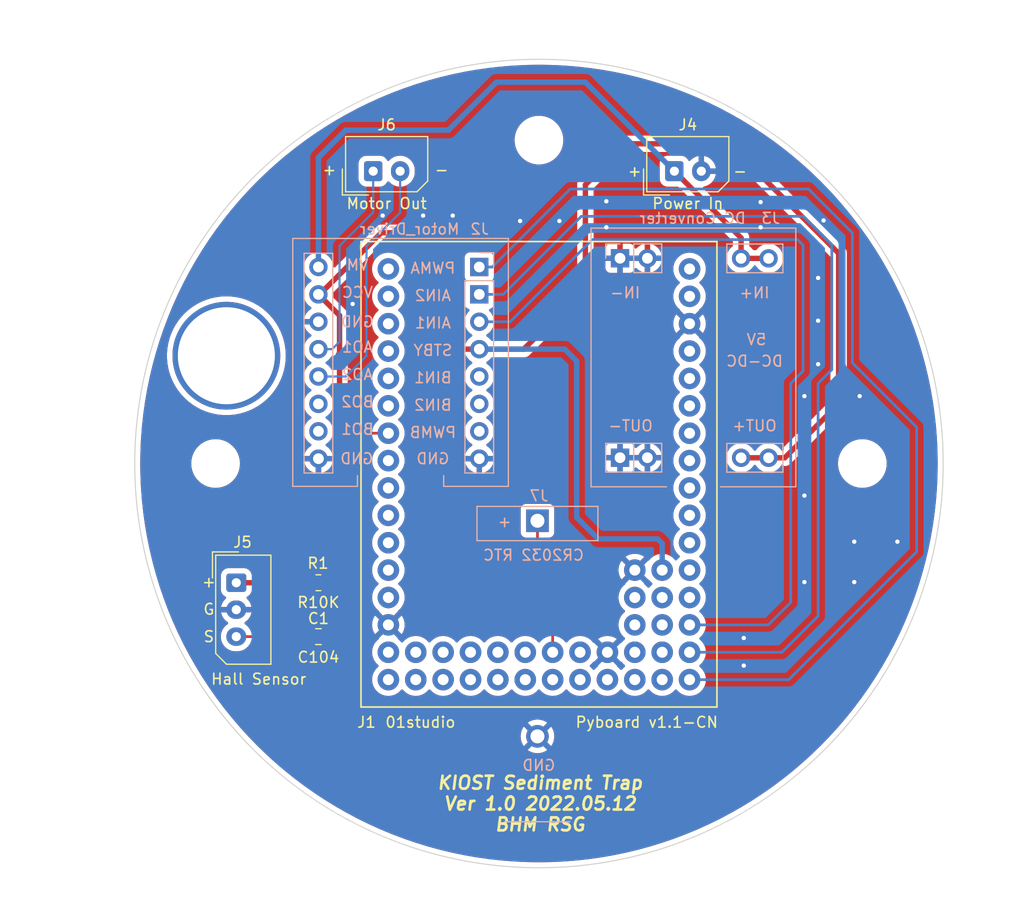
<source format=kicad_pcb>
(kicad_pcb (version 20211014) (generator pcbnew)
  (layers (0 "F.Cu" signal) (31 "B.Cu" signal) (34 "B.Paste" user) (35 "F.Paste" user) (36 "B.SilkS" user "B.Silkscreen") (37 "F.SilkS" user "F.Silkscreen") (38 "B.Mask" user) (39 "F.Mask" user) (44 "Edge.Cuts" user))
  (net 0 "")
  (net 1 "/SIG")
  (net 2 "GND")
  (net 8 "Net-(J1-PadP6)")
  (net 18 "+5V")
  (net 19 "/PWMA")
  (net 20 "/AIN2")
  (net 21 "/AIN1")
  (net 61 "/Motor-")
  (net 62 "/Motor+")
  (net 63 "+12V")
  (footprint "serialport expander 2x12pin 2.54mm:Connector Hole 10mm" (layer "F.Cu") (at 121 73)
    (fp_text reference "H3" hide)
    (fp_text value "MountingHole_10mm")
    (pad "" np_thru_hole circle (at 0 0) (size 10 10) (drill 9) (layers F&B.Cu *.Mask))
  )
  (footprint "serialport expander 2x12pin 2.54mm:pyboard_v1.1" (layer "F.Cu") (at 136.03 103.05)
    (fp_text reference "J1" (at -2.03 3.95) (layer "F.SilkS"))
    (fp_text value "Pyboard v1.1-CN" (at 23.97 3.95) (layer "F.SilkS"))
    (fp_line (start -2.54 -40.64) (end 30.48 -40.64) (layer "F.SilkS") (width 0.15))
    (fp_line (start 30.48 -40.64) (end 30.48 2.54) (layer "F.SilkS") (width 0.15))
    (fp_line (start -2.54 2.54) (end -2.54 -40.64) (layer "F.SilkS") (width 0.15))
    (fp_line (start 30.48 2.54) (end -2.54 2.54) (layer "F.SilkS") (width 0.15))
    (pad "P1" thru_hole circle (at 2.54 -2.54) (size 2 2) (drill 1.02) (layers *.Cu *.Mask))
    (pad "P2" thru_hole circle (at 5.08 -2.54) (size 2 2) (drill 1.02) (layers *.Cu *.Mask))
    (pad "P3" thru_hole circle (at 7.62 -2.54) (size 2 2) (drill 1.02) (layers *.Cu *.Mask))
    (pad "P4" thru_hole circle (at 10.16 -2.54) (size 2 2) (drill 1.02) (layers *.Cu *.Mask))
    (pad "P5" thru_hole circle (at 12.7 -2.54) (size 2 2) (drill 1.02) (layers *.Cu *.Mask))
    (pad "P6" thru_hole circle (at 15.24 -2.54) (size 2 2) (drill 1.02) (layers *.Cu *.Mask) (net 8 "Net-(J1-PadP6)"))
    (pad "P7" thru_hole circle (at 17.78 -2.54) (size 2 2) (drill 1.02) (layers *.Cu *.Mask))
    (pad "P8" thru_hole circle (at 20.32 -2.54) (size 2 2) (drill 1.02) (layers *.Cu *.Mask) (net 2 "GND"))
    (pad "P9A" thru_hole circle (at 22.86 0) (size 2 2) (drill 1.02) (layers *.Cu *.Mask))
    (pad "P9B" thru_hole circle (at 22.86 -2.54) (size 2 2) (drill 1.02) (layers *.Cu *.Mask))
    (pad "P9C" thru_hole circle (at 22.86 -5.08) (size 2 2) (drill 1.02) (layers *.Cu *.Mask))
    (pad "P9D" thru_hole circle (at 22.86 -7.62) (size 2 2) (drill 1.02) (layers *.Cu *.Mask))
    (pad "P9E" thru_hole circle (at 22.86 -10.16) (size 2 2) (drill 1.02) (layers *.Cu *.Mask) (net 2 "GND"))
    (pad "P10A" thru_hole circle (at 25.4 0) (size 2 2) (drill 1.02) (layers *.Cu *.Mask))
    (pad "P10B" thru_hole circle (at 25.4 -2.54) (size 2 2) (drill 1.02) (layers *.Cu *.Mask))
    (pad "P10C" thru_hole circle (at 25.4 -5.08) (size 2 2) (drill 1.02) (layers *.Cu *.Mask))
    (pad "P10D" thru_hole circle (at 25.4 -7.62) (size 2 2) (drill 1.02) (layers *.Cu *.Mask))
    (pad "P10E" thru_hole circle (at 25.4 -10.16) (size 2 2) (drill 1.02) (layers *.Cu *.Mask) (net 18 "+5V"))
    (pad "X1" thru_hole circle (at 27.94 0) (size 2 2) (drill 1.02) (layers *.Cu *.Mask) (net 19 "/PWMA"))
    (pad "X2" thru_hole circle (at 27.94 -2.54) (size 2 2) (drill 1.02) (layers *.Cu *.Mask) (net 20 "/AIN2"))
    (pad "X3" thru_hole circle (at 27.94 -5.08) (size 2 2) (drill 1.02) (layers *.Cu *.Mask) (net 21 "/AIN1"))
    (pad "X4" thru_hole circle (at 27.94 -7.62) (size 2 2) (drill 1.02) (layers *.Cu *.Mask))
    (pad "X5" thru_hole circle (at 27.94 -10.16) (size 2 2) (drill 1.02) (layers *.Cu *.Mask))
    (pad "X6" thru_hole circle (at 27.94 -12.7) (size 2 2) (drill 1.02) (layers *.Cu *.Mask))
    (pad "X7" thru_hole circle (at 27.94 -15.24) (size 2 2) (drill 1.02) (layers *.Cu *.Mask))
    (pad "X8" thru_hole circle (at 27.94 -17.78) (size 2 2) (drill 1.02) (layers *.Cu *.Mask))
    (pad "X9" thru_hole circle (at 0 -17.78) (size 2 2) (drill 1.02) (layers *.Cu *.Mask))
    (pad "X10" thru_hole circle (at 0 -15.24) (size 2 2) (drill 1.02) (layers *.Cu *.Mask))
    (pad "X11" thru_hole circle (at 0 -12.7) (size 2 2) (drill 1.02) (layers *.Cu *.Mask))
    (pad "X12" thru_hole circle (at 0 -10.16) (size 2 2) (drill 1.02) (layers *.Cu *.Mask))
    (pad "X13" thru_hole circle (at 0 -7.62) (size 2 2) (drill 1.02) (layers *.Cu *.Mask))
    (pad "X14" thru_hole circle (at 0 -5.08) (size 2 2) (drill 1.02) (layers *.Cu *.Mask) (net 2 "GND"))
    (pad "X15" thru_hole circle (at 0 -2.54) (size 2 2) (drill 1.02) (layers *.Cu *.Mask))
    (pad "X16" thru_hole circle (at 0 0) (size 2 2) (drill 1.02) (layers *.Cu *.Mask))
    (pad "X17" thru_hole circle (at 2.54 0) (size 2 2) (drill 1.02) (layers *.Cu *.Mask))
    (pad "X18" thru_hole circle (at 5.08 0) (size 2 2) (drill 1.02) (layers *.Cu *.Mask))
    (pad "X19" thru_hole circle (at 7.62 0) (size 2 2) (drill 1.02) (layers *.Cu *.Mask))
    (pad "X20" thru_hole circle (at 10.16 0) (size 2 2) (drill 1.02) (layers *.Cu *.Mask))
    (pad "X21" thru_hole circle (at 12.7 0) (size 2 2) (drill 1.02) (layers *.Cu *.Mask))
    (pad "X22" thru_hole circle (at 15.24 0) (size 2 2) (drill 1.02) (layers *.Cu *.Mask))
    (pad "X23" thru_hole circle (at 17.78 0) (size 2 2) (drill 1.02) (layers *.Cu *.Mask))
    (pad "X24" thru_hole circle (at 20.32 0) (size 2 2) (drill 1.02) (layers *.Cu *.Mask))
    (pad "Y1" thru_hole circle (at 0 -38.1) (size 2 2) (drill 1.02) (layers *.Cu *.Mask))
    (pad "Y2" thru_hole circle (at 0 -35.56) (size 2 2) (drill 1.02) (layers *.Cu *.Mask))
    (pad "Y3" thru_hole circle (at 0 -33.02) (size 2 2) (drill 1.02) (layers *.Cu *.Mask))
    (pad "Y4" thru_hole circle (at 0 -30.48) (size 2 2) (drill 1.02) (layers *.Cu *.Mask))
    (pad "Y5" thru_hole circle (at 0 -27.94) (size 2 2) (drill 1.02) (layers *.Cu *.Mask))
    (pad "Y6" thru_hole circle (at 0 -25.4) (size 2 2) (drill 1.02) (layers *.Cu *.Mask))
    (pad "Y7" thru_hole circle (at 0 -22.86) (size 2 2) (drill 1.02) (layers *.Cu *.Mask) (net 1 "/SIG"))
    (pad "Y8" thru_hole circle (at 0 -20.32) (size 2 2) (drill 1.02) (layers *.Cu *.Mask))
    (pad "Y9" thru_hole circle (at 27.94 -20.32) (size 2 2) (drill 1.02) (layers *.Cu *.Mask))
    (pad "Y10" thru_hole circle (at 27.94 -22.86) (size 2 2) (drill 1.02) (layers *.Cu *.Mask))
    (pad "Y11" thru_hole circle (at 27.94 -25.4) (size 2 2) (drill 1.02) (layers *.Cu *.Mask))
    (pad "Y12" thru_hole circle (at 27.94 -27.94) (size 2 2) (drill 1.02) (layers *.Cu *.Mask))
    (pad "Y13" thru_hole circle (at 27.94 -30.48) (size 2 2) (drill 1.02) (layers *.Cu *.Mask))
    (pad "Y14" thru_hole circle (at 27.94 -33.02) (size 2 2) (drill 1.02) (layers *.Cu *.Mask) (net 2 "GND"))
    (pad "Y15" thru_hole circle (at 27.94 -35.56) (size 2 2) (drill 1.02) (layers *.Cu *.Mask))
    (pad "Y16" thru_hole circle (at 27.94 -38.1) (size 2 2) (drill 1.02) (layers *.Cu *.Mask))
  )
  (footprint "Connector_Molex:Molex_SPOX_5267-02A_1x02_P2.50mm_Vertical" (layer "F.Cu") (at 134.62 55.88)
    (fp_text reference "J6" (at 1.25 -4.3) (layer "F.SilkS"))
    (fp_text value "Motor Out" (at 1.25 3) (layer "F.SilkS"))
    (fp_line (start -2.86 2.21) (end -0.45 2.21) (layer "F.SilkS") (width 0.12))
    (fp_line (start -2.56 -3.21) (end -2.56 1.91) (layer "F.SilkS") (width 0.12))
    (fp_line (start 4.06 1.91) (end 5.06 0.91) (layer "F.SilkS") (width 0.12))
    (fp_line (start -2.56 1.91) (end 4.06 1.91) (layer "F.SilkS") (width 0.12))
    (fp_line (start 5.06 0.91) (end 5.06 -3.21) (layer "F.SilkS") (width 0.12))
    (fp_line (start 5.06 -3.21) (end -2.56 -3.21) (layer "F.SilkS") (width 0.12))
    (fp_line (start -2.86 -0.2) (end -2.86 2.21) (layer "F.SilkS") (width 0.12))
    (pad "1" thru_hole roundrect (at 0 0) (size 1.7 1.85) (drill 0.85) (layers *.Cu *.Mask) (roundrect_rratio 0.1470588235) (net 62 "/Motor+"))
    (pad "2" thru_hole oval (at 2.5 0) (size 1.7 1.85) (drill 0.85) (layers *.Cu *.Mask) (net 61 "/Motor-"))
  )
  (footprint "MountingHole:MountingHole_3.5mm" (layer "F.Cu") (at 150 53)
    (fp_text reference "H1" hide)
    (fp_text value "MountingHole_3.2mm_1")
    (pad "" np_thru_hole circle (at 0 0) (size 3.5 3.5) (drill 3.5) (layers *.Cu *.Mask))
  )
  (footprint "Resistor_SMD:R_0805_2012Metric" (layer "F.Cu") (at 129.54 94.06 180)
    (fp_text reference "R1" (at 0.04 1.81) (layer "F.SilkS"))
    (fp_text value "R10K" (at 0 -1.825) (layer "F.SilkS"))
    (fp_line (start -0.227064 -0.735) (end 0.227064 -0.735) (layer "F.SilkS") (width 0.12))
    (fp_line (start -0.227064 0.735) (end 0.227064 0.735) (layer "F.SilkS") (width 0.12))
    (pad "1" smd roundrect (at -0.9125 0 180) (size 1.025 1.4) (layers "F.Cu" "F.Paste" "F.Mask") (roundrect_rratio 0.243902439) (net 1 "/SIG"))
    (pad "2" smd roundrect (at 0.9125 0 180) (size 1.025 1.4) (layers "F.Cu" "F.Paste" "F.Mask") (roundrect_rratio 0.243902439) (net 18 "+5V"))
  )
  (footprint "Connector_Molex:Molex_SPOX_5267-03A_1x03_P2.50mm_Vertical" (layer "F.Cu") (at 121.92 94.06 -90)
    (fp_text reference "J5" (at -3.763 -0.58 180) (layer "F.SilkS"))
    (fp_text value "Hall Sensor" (at 8.94 -2.08 180) (layer "F.SilkS"))
    (fp_line (start 7.56 0.91) (end 7.56 -3.21) (layer "F.SilkS") (width 0.12))
    (fp_line (start -2.86 -0.2) (end -2.86 2.21) (layer "F.SilkS") (width 0.12))
    (fp_line (start 7.56 -3.21) (end -2.56 -3.21) (layer "F.SilkS") (width 0.12))
    (fp_line (start -2.86 2.21) (end -0.45 2.21) (layer "F.SilkS") (width 0.12))
    (fp_line (start -2.56 -3.21) (end -2.56 1.91) (layer "F.SilkS") (width 0.12))
    (fp_line (start -2.56 1.91) (end 6.56 1.91) (layer "F.SilkS") (width 0.12))
    (fp_line (start 6.56 1.91) (end 7.56 0.91) (layer "F.SilkS") (width 0.12))
    (pad "1" thru_hole roundrect (at 0 0 270) (size 1.7 1.85) (drill 0.85) (layers *.Cu *.Mask) (roundrect_rratio 0.1470588235) (net 18 "+5V"))
    (pad "2" thru_hole oval (at 2.5 0 270) (size 1.7 1.85) (drill 0.85) (layers *.Cu *.Mask) (net 2 "GND"))
    (pad "3" thru_hole oval (at 5 0 270) (size 1.7 1.85) (drill 0.85) (layers *.Cu *.Mask) (net 1 "/SIG"))
  )
  (footprint "Capacitor_SMD:C_0805_2012Metric" (layer "F.Cu") (at 129.54 99.06)
    (fp_text reference "C1" (at 0 -1.68) (layer "F.SilkS"))
    (fp_text value "C104" (at 0 1.905) (layer "F.SilkS"))
    (fp_line (start -0.261252 -0.735) (end 0.261252 -0.735) (layer "F.SilkS") (width 0.12))
    (fp_line (start -0.261252 0.735) (end 0.261252 0.735) (layer "F.SilkS") (width 0.12))
    (pad "1" smd roundrect (at -0.95 0) (size 1 1.45) (layers "F.Cu" "F.Paste" "F.Mask") (net 1 "/SIG"))
    (pad "2" smd roundrect (at 0.95 0) (size 1 1.45) (layers "F.Cu" "F.Paste" "F.Mask") (net 2 "GND"))
  )
  (footprint "Connector_Molex:Molex_SPOX_5267-02A_1x02_P2.50mm_Vertical" (layer "F.Cu") (at 162.56 55.88)
    (fp_text reference "J4" (at 1.25 -4.3) (layer "F.SilkS"))
    (fp_text value "Power In" (at 1.25 3) (layer "F.SilkS"))
    (fp_line (start -2.86 2.21) (end -0.45 2.21) (layer "F.SilkS") (width 0.12))
    (fp_line (start 5.06 0.91) (end 5.06 -3.21) (layer "F.SilkS") (width 0.12))
    (fp_line (start -2.56 -3.21) (end -2.56 1.91) (layer "F.SilkS") (width 0.12))
    (fp_line (start 5.06 -3.21) (end -2.56 -3.21) (layer "F.SilkS") (width 0.12))
    (fp_line (start -2.86 -0.2) (end -2.86 2.21) (layer "F.SilkS") (width 0.12))
    (fp_line (start -2.56 1.91) (end 4.06 1.91) (layer "F.SilkS") (width 0.12))
    (fp_line (start 4.06 1.91) (end 5.06 0.91) (layer "F.SilkS") (width 0.12))
    (pad "1" thru_hole roundrect (at 0 0) (size 1.7 1.85) (drill 0.85) (layers *.Cu *.Mask) (roundrect_rratio 0.1470588235) (net 63 "+12V"))
    (pad "2" thru_hole oval (at 2.5 0) (size 1.7 1.85) (drill 0.85) (layers *.Cu *.Mask) (net 2 "GND"))
  )
  (footprint "MountingHole:MountingHole_3.5mm" (layer "F.Cu") (at 120 83)
    (fp_text reference "H4" hide)
    (fp_text value "MountingHole_3.2mm_4")
    (pad "" np_thru_hole circle (at 0 0) (size 3.5 3.5) (drill 3.5) (layers *.Cu *.Mask))
  )
  (footprint "MountingHole:MountingHole_3.5mm" (layer "F.Cu") (at 180 83)
    (fp_text reference "H2" hide)
    (fp_text value "MountingHole_3.2mm_2")
    (pad "" np_thru_hole circle (at 0 0) (size 3.5 3.5) (drill 3.5) (layers *.Cu *.Mask))
  )
  (footprint "Battery:BatteryHolder_ComfortableElectronic_CH273-2450_1x2450" (layer "B.Cu") (at 149.86 88.310914 -90)
    (fp_text reference "J7" (at -2.310914 -0.14 180) (layer "B.SilkS") (effects (justify mirror)))
    (fp_text value "CR2032 RTC" (at 3.189086 0.36 180) (layer "B.SilkS") (effects (justify mirror)))
    (fp_line (start -1.33 5.61) (end 1.845 5.61) (layer "B.SilkS") (width 0.12))
    (fp_line (start -1.33 -5.61) (end -1.33 5.61) (layer "B.SilkS") (width 0.12))
    (fp_line (start 27.921896 3) (end 27.921896 -3) (layer "B.SilkS") (width 0.12))
    (fp_line (start 1.845 -5.61) (end -1.33 -5.61) (layer "B.SilkS") (width 0.12))
    (fp_line (start 1.845 5.61) (end 1.845 -5.61) (layer "B.SilkS") (width 0.12))
    (pad "1" thru_hole rect (at 0 0) (size 2.1 2.1) (drill 1.3) (layers *.Cu *.Mask) (net 8 "Net-(J1-PadP6)"))
    (pad "2" thru_hole circle (at 20 0) (size 2.1 2.1) (drill 1.3) (layers *.Cu *.Mask) (net 2 "GND"))
  )
  (footprint "serialport expander 2x12pin 2.54mm:TB6612FNG" (layer "B.Cu") (at 137.16 71.12 180)
    (fp_text reference "J2" (at -7.34 9.87 unlocked) (layer "B.SilkS") (effects (justify mirror)))
    (fp_text value "Motor_Driver" (at -0.84 9.87 unlocked) (layer "B.SilkS") (effects (justify mirror)))
    (fp_text user "GND" (at 4 1.27 unlocked) (layer "B.SilkS") (effects (justify mirror)))
    (fp_text user "PWMA" (at -3 6.24 unlocked) (layer "B.SilkS") (effects (justify mirror)))
    (fp_text user "STBY" (at -3 -1.38 unlocked) (layer "B.SilkS") (effects (justify mirror)))
    (fp_text user "VCC" (at 4 4 unlocked) (layer "B.SilkS") (effects (justify mirror)))
    (fp_text user "AIN1" (at -3 1.16 unlocked) (layer "B.SilkS") (effects (justify mirror)))
    (fp_text user "BIN2" (at -3 -6.46 unlocked) (layer "B.SilkS") (effects (justify mirror)))
    (fp_text user "AIN2" (at -3 3.7 unlocked) (layer "B.SilkS") (effects (justify mirror)))
    (fp_text user "BO1" (at 4 -8.7 unlocked) (layer "B.SilkS") (effects (justify mirror)))
    (fp_text user "VM" (at 4 6.54 unlocked) (layer "B.SilkS") (effects (justify mirror)))
    (fp_text user "AO1" (at 4 -1.08 unlocked) (layer "B.SilkS") (effects (justify mirror)))
    (fp_text user "AO2" (at 4 -3.62 unlocked) (layer "B.SilkS") (effects (justify mirror)))
    (fp_text user "BO2" (at 4 -6.16 unlocked) (layer "B.SilkS") (effects (justify mirror)))
    (fp_text user "BIN1" (at -3 -3.92 unlocked) (layer "B.SilkS") (effects (justify mirror)))
    (fp_text user "GND" (at -3 -11.43 unlocked) (layer "B.SilkS") (effects (justify mirror)))
    (fp_text user "PWMB" (at -3 -9 unlocked) (layer "B.SilkS") (effects (justify mirror)))
    (fp_line (start 10 -14) (end 4 -14) (layer "B.SilkS") (width 0.12))
    (fp_line (start 8.95 7.62) (end 8.95 -12.76) (layer "B.SilkS") (width 0.12))
    (fp_line (start -10 9) (end -10 -14) (layer "B.SilkS") (width 0.12))
    (fp_line (start 6.29 7.62) (end 8.95 7.62) (layer "B.SilkS") (width 0.12))
    (fp_line (start -10 9) (end 10 9) (layer "B.SilkS") (width 0.12))
    (fp_line (start -4 -14) (end -4 -13) (layer "B.SilkS") (width 0.12))
    (fp_line (start -5.9725 5.08) (end -5.9725 -12.76) (layer "B.SilkS") (width 0.12))
    (fp_line (start -8.6325 -12.76) (end -5.9725 -12.76) (layer "B.SilkS") (width 0.12))
    (fp_line (start 4 -14) (end 4 -13) (layer "B.SilkS") (width 0.12))
    (fp_line (start -10 -14) (end -4 -14) (layer "B.SilkS") (width 0.12))
    (fp_line (start 10 9) (end 10 -14) (layer "B.SilkS") (width 0.12))
    (fp_line (start -8.6325 5.08) (end -8.6325 -12.76) (layer "B.SilkS") (width 0.12))
    (fp_line (start -8.6325 7.68) (end -7.3025 7.68) (layer "B.SilkS") (width 0.12))
    (fp_line (start -8.6325 6.35) (end -8.6325 7.68) (layer "B.SilkS") (width 0.12))
    (fp_line (start 6.29 7.62) (end 6.29 -12.76) (layer "B.SilkS") (width 0.12))
    (fp_line (start -8.6325 5.08) (end -5.9725 5.08) (layer "B.SilkS") (width 0.12))
    (fp_line (start 6.29 -12.76) (end 8.95 -12.76) (layer "B.SilkS") (width 0.12))
    (pad "1" thru_hole rect (at -7.3025 6.35 180) (size 1.7 1.7) (drill 1) (layers *.Cu *.Mask) (net 19 "/PWMA"))
    (pad "2" thru_hole rect (at -7.3025 3.81 180) (size 1.7 1.7) (drill 1) (layers *.Cu *.Mask) (net 20 "/AIN2"))
    (pad "3" thru_hole oval (at -7.3025 1.27 180) (size 1.7 1.7) (drill 1) (layers *.Cu *.Mask) (net 21 "/AIN1"))
    (pad "4" thru_hole oval (at -7.3025 -1.27 180) (size 1.7 1.7) (drill 1) (layers *.Cu *.Mask) (net 18 "+5V"))
    (pad "5" thru_hole oval (at -7.3025 -3.81 180) (size 1.7 1.7) (drill 1) (layers *.Cu *.Mask))
    (pad "6" thru_hole oval (at -7.3025 -6.35 180) (size 1.7 1.7) (drill 1) (layers *.Cu *.Mask))
    (pad "7" thru_hole oval (at -7.3025 -8.89 180) (size 1.7 1.7) (drill 1) (layers *.Cu *.Mask))
    (pad "8" thru_hole oval (at -7.3025 -11.43 180) (size 1.7 1.7) (drill 1) (layers *.Cu *.Mask) (net 2 "GND"))
    (pad "9" thru_hole oval (at 7.62 -11.43 180) (size 1.7 1.7) (drill 1) (layers *.Cu *.Mask) (net 2 "GND"))
    (pad "10" thru_hole oval (at 7.62 -8.89 180) (size 1.7 1.7) (drill 1) (layers *.Cu *.Mask))
    (pad "11" thru_hole oval (at 7.62 -6.35 180) (size 1.7 1.7) (drill 1) (layers *.Cu *.Mask))
    (pad "12" thru_hole oval (at 7.62 -3.81 180) (size 1.7 1.7) (drill 1) (layers *.Cu *.Mask) (net 61 "/Motor-"))
    (pad "13" thru_hole oval (at 7.62 -1.27 180) (size 1.7 1.7) (drill 1) (layers *.Cu *.Mask) (net 62 "/Motor+"))
    (pad "14" thru_hole oval (at 7.62 1.27 180) (size 1.7 1.7) (drill 1) (layers *.Cu *.Mask) (net 2 "GND"))
    (pad "15" thru_hole oval (at 7.62 3.81 180) (size 1.7 1.7) (drill 1) (layers *.Cu *.Mask) (net 18 "+5V"))
    (pad "16" thru_hole circle (at 7.62 6.35 180) (size 1.7 1.7) (drill 1) (layers *.Cu *.Mask) (net 63 "+12V"))
  )
  (footprint "serialport expander 2x12pin 2.54mm:DCDC" (layer "B.Cu") (at 163.83 73.66 -90)
    (fp_text reference "J3" (at -13.41 -7.67 unlocked) (layer "B.SilkS") (effects (justify mirror)))
    (fp_text value "DC Converter" (at -13.41 -0.42 unlocked) (layer "B.SilkS") (effects (justify mirror)))
    (fp_text user "IN-" (at -6.5 5.83 unlocked) (layer "B.SilkS") (effects (justify mirror)))
    (fp_text user "IN+" (at -6.5 -6.17 unlocked) (layer "B.SilkS") (effects (justify mirror)))
    (fp_text user "5V" (at -2.16 -6.35 unlocked) (layer "B.SilkS") (effects (justify mirror)))
    (fp_text user "OUT-" (at 5.84 5.33 unlocked) (layer "B.SilkS") (effects (justify mirror)))
    (fp_text user "OUT+" (at 5.84 -6.17 unlocked) (layer "B.SilkS") (effects (justify mirror)))
    (fp_line (start 7.48 -8.8) (end 10.14 -8.8) (layer "B.SilkS") (width 0.12))
    (fp_line (start 11.5 -10) (end 11.5 -3) (layer "B.SilkS") (width 0.12))
    (fp_line (start 7.47 2.44) (end 10.13 2.44) (layer "B.SilkS") (width 0.12))
    (fp_line (start 7.48 -3.600001) (end 7.48 -8.8) (layer "B.SilkS") (width 0.12))
    (fp_line (start -11.02 -3.600001) (end -11.02 -8.8) (layer "B.SilkS") (width 0.12))
    (fp_line (start 7.48 -3.600001) (end 10.14 -3.600001) (layer "B.SilkS") (width 0.12))
    (fp_line (start -8.36 -3.600001) (end -8.36 -8.8) (layer "B.SilkS") (width 0.12))
    (fp_line (start -12.5 9) (end 11.5 9) (layer "B.SilkS") (width 0.12))
    (fp_line (start -11.02 -8.8) (end -8.36 -8.8) (layer "B.SilkS") (width 0.12))
    (fp_line (start -11.03 5.04) (end -11.03 2.44) (layer "B.SilkS") (width 0.12))
    (fp_line (start 7.47 5.04) (end 10.13 5.04) (layer "B.SilkS") (width 0.12))
    (fp_line (start -11.02 -3.600001) (end -8.36 -3.600001) (layer "B.SilkS") (width 0.12))
    (fp_line (start -11.03 5.04) (end -8.37 5.04) (layer "B.SilkS") (width 0.12))
    (fp_line (start 10.13 7.64) (end 10.13 2.44) (layer "B.SilkS") (width 0.12))
    (fp_line (start 11.5 -10) (end -12.5 -10) (layer "B.SilkS") (width 0.12))
    (fp_line (start 10.14 -3.600001) (end 10.14 -8.8) (layer "B.SilkS") (width 0.12))
    (fp_line (start -11.03 6.31) (end -11.03 7.64) (layer "B.SilkS") (width 0.12))
    (fp_line (start 7.47 7.64) (end 10.13 7.64) (layer "B.SilkS") (width 0.12))
    (fp_line (start 7.47 5.04) (end 7.47 7.64) (layer "B.SilkS") (width 0.12))
    (fp_line (start 7.47 5.04) (end 7.47 2.44) (layer "B.SilkS") (width 0.12))
    (fp_line (start -11.03 7.64) (end -9.7 7.64) (layer "B.SilkS") (width 0.12))
    (fp_line (start -8.37 5.04) (end -8.37 2.44) (layer "B.SilkS") (width 0.12))
    (fp_line (start -12.5 -10) (end -12.5 9) (layer "B.SilkS") (width 0.12))
    (fp_line (start -11.03 2.44) (end -8.37 2.44) (layer "B.SilkS") (width 0.12))
    (fp_line (start 11.5 9) (end 11.5 2) (layer "B.SilkS") (width 0.12))
    (pad "1" thru_hole rect (at -9.7 6.31 270) (size 1.7 1.7) (drill 1) (layers *.Cu *.Mask) (net 2 "GND"))
    (pad "2" thru_hole oval (at -9.7 3.77 270) (size 1.7 1.7) (drill 1) (layers *.Cu *.Mask) (net 2 "GND"))
    (pad "3" thru_hole circle (at -9.69 -4.92 270) (size 1.7 1.7) (drill 1) (layers *.Cu *.Mask) (net 63 "+12V"))
    (pad "4" thru_hole oval (at -9.69 -7.47 270) (size 1.7 1.7) (drill 1) (layers *.Cu *.Mask) (net 63 "+12V"))
    (pad "5" thru_hole oval (at 8.81 -7.47 270) (size 1.7 1.7) (drill 1) (layers *.Cu *.Mask) (net 18 "+5V"))
    (pad "6" thru_hole circle (at 8.81 -4.92 270) (size 1.7 1.7) (drill 1) (layers *.Cu *.Mask) (net 18 "+5V"))
    (pad "7" thru_hole oval (at 8.8 3.77 270) (size 1.7 1.7) (drill 1) (layers *.Cu *.Mask) (net 2 "GND"))
    (pad "8" thru_hole rect (at 8.8 6.31 270) (size 1.7 1.7) (drill 1) (layers *.Cu *.Mask) (net 2 "GND"))
  )
  (gr_circle (center 150 83) (end 187.5 83) (layer "Edge.Cuts") (width 0.1) (fill none))
  (gr_text "DC-DC" (at 170 73.5) (layer "B.SilkS") (effects (font (size 1 1)) (justify mirror)))
  (gr_text "GND" (at 133.1 82.55) (layer "B.SilkS") (effects (font (size 1 1)) (justify mirror)))
  (gr_text "GND" (at 149.987 110.998) (layer "B.SilkS") (effects (font (size 1 1)) (justify mirror)))
  (gr_text "+" (at 146.812 88.392) (layer "B.SilkS") (effects (font (size 1 1)) (justify mirror)))
  (gr_text "+" (at 158.877 55.88) (layer "F.SilkS") (effects (font (size 1 1)) (justify mirror)))
  (gr_text "01studio" (at 139 107) (layer "F.SilkS") (effects (font (size 1 1))))
  (gr_text "+" (at 130.556 55.753) (layer "F.SilkS") (effects (font (size 1 1)) (justify mirror)))
  (gr_text "G" (at 119.38 96.52) (layer "F.SilkS") (effects (font (size 1 1))))
  (gr_text "-" (at 140.97 55.753) (layer "F.SilkS") (effects (font (size 1 1)) (justify mirror)))
  (gr_text "KIOST Sediment Trap\nVer 1.0 2022.05.12\nBHM RSG" (at 150.114 114.554) (layer "F.SilkS") (effects (font (size 1.2 1.2) (thickness 0.25) italic)))
  (gr_text "-" (at 168.656 55.88) (layer "F.SilkS") (effects (font (size 1 1)) (justify mirror)))
  (gr_text "S" (at 119.38 99.06) (layer "F.SilkS") (effects (font (size 1 1))))
  (gr_text "+" (at 119.38 93.98) (layer "F.SilkS") (effects (font (size 1 1))))
  (segment (start 128.59 99.06) (end 121.92 99.06) (width 0.25) (layer "F.Cu") (net 1))
  (segment (start 133.35 91.1625) (end 133.35 81.28) (width 0.25) (layer "F.Cu") (net 1))
  (segment (start 130.4525 94.06) (end 133.35 91.1625) (width 0.25) (layer "F.Cu") (net 1))
  (segment (start 128.59 97.47) (end 130.4525 95.6075) (width 0.25) (layer "F.Cu") (net 1))
  (segment (start 128.59 99.06) (end 128.59 97.47) (width 0.25) (layer "F.Cu") (net 1))
  (segment (start 130.4525 95.6075) (end 130.4525 94.06) (width 0.25) (layer "F.Cu") (net 1))
  (segment (start 133.35 81.28) (end 134.44 80.19) (width 0.25) (layer "F.Cu") (net 1))
  (segment (start 134.44 80.19) (end 136.03 80.19) (width 0.25) (layer "F.Cu") (net 1))
  (via (at 174.625 94) (size 0.8) (drill 0.4) (layers "F.Cu" "B.Cu") (net 2))
  (via (at 174.625 85.979) (size 0.8) (drill 0.4) (layers "F.Cu" "B.Cu") (net 2))
  (via (at 169 101.75) (size 0.8) (drill 0.4) (layers "F.Cu" "B.Cu") (net 2))
  (via (at 175.895 65.786) (size 0.8) (drill 0.4) (layers "F.Cu" "B.Cu") (net 2))
  (via (at 135.5 60) (size 0.8) (drill 0.4) (layers "F.Cu" "B.Cu") (net 2))
  (via (at 132.715 68.199) (size 0.8) (drill 0.4) (layers "F.Cu" "B.Cu") (net 2))
  (via (at 170.561 58.75) (size 0.8) (drill 0.4) (layers "F.Cu" "B.Cu") (net 2))
  (via (at 139.25 60) (size 0.8) (drill 0.4) (layers "F.Cu" "B.Cu") (net 2))
  (via (at 176.403 60.452) (size 0.8) (drill 0.4) (layers "F.Cu" "B.Cu") (net 2))
  (via (at 179.75 76.75) (size 0.8) (drill 0.4) (layers "F.Cu" "B.Cu") (net 2))
  (via (at 183.25 90.25) (size 0.8) (drill 0.4) (layers "F.Cu" "B.Cu") (net 2))
  (via (at 156.25 58.674) (size 0.8) (drill 0.4) (layers "F.Cu" "B.Cu") (net 2))
  (via (at 156.25 61.087) (size 0.8) (drill 0.4) (layers "F.Cu" "B.Cu") (net 2))
  (via (at 170.561 61.087) (size 0.8) (drill 0.4) (layers "F.Cu" "B.Cu") (net 2))
  (via (at 175.895 69.75) (size 0.8) (drill 0.4) (layers "F.Cu" "B.Cu") (net 2))
  (via (at 169 99.187) (size 0.8) (drill 0.4) (layers "F.Cu" "B.Cu") (net 2))
  (via (at 179.25 94) (size 0.8) (drill 0.4) (layers "F.Cu" "B.Cu") (net 2))
  (via (at 179.25 90.25) (size 0.8) (drill 0.4) (layers "F.Cu" "B.Cu") (net 2))
  (via (at 148.25 60.5) (size 0.8) (drill 0.4) (layers "F.Cu" "B.Cu") (net 2))
  (via (at 174.625 76.75) (size 0.8) (drill 0.4) (layers "F.Cu" "B.Cu") (net 2))
  (via (at 142 60) (size 0.8) (drill 0.4) (layers "F.Cu" "B.Cu") (net 2))
  (via (at 151.892 60.5) (size 0.8) (drill 0.4) (layers "F.Cu" "B.Cu") (net 2))
  (via (at 175.895 73.787) (size 0.8) (drill 0.4) (layers "F.Cu" "B.Cu") (net 2))
  (segment (start 151.27 95.39) (end 149.86 93.98) (width 0.25) (layer "F.Cu") (net 8))
  (segment (start 149.86 93.98) (end 149.86 88.310914) (width 0.25) (layer "F.Cu") (net 8))
  (segment (start 151.27 100.51) (end 151.27 95.39) (width 0.25) (layer "F.Cu") (net 8))
  (segment (start 177.8 63.5) (end 167.64 53.34) (width 0.5) (layer "F.Cu") (net 18))
  (segment (start 171.3 82.47) (end 172.8 82.47) (width 0.5) (layer "F.Cu") (net 18))
  (segment (start 131.5 73.701391) (end 131.5 86.5) (width 0.5) (layer "F.Cu") (net 18))
  (segment (start 121.92 94.06) (end 128.6275 94.06) (width 0.5) (layer "F.Cu") (net 18))
  (segment (start 168.75 82.47) (end 171.3 82.47) (width 0.5) (layer "F.Cu") (net 18))
  (segment (start 131.5 69.27) (end 131.5 72.798609) (width 0.5) (layer "F.Cu") (net 18))
  (segment (start 140.97 72.39) (end 139.7 71.12) (width 0.5) (layer "F.Cu") (net 18))
  (segment (start 131.400489 73.60188) (end 131.5 73.701391) (width 0.5) (layer "F.Cu") (net 18))
  (segment (start 138.43 61.595) (end 135.3675 61.595) (width 0.5) (layer "F.Cu") (net 18))
  (segment (start 131.5 72.798609) (end 131.400489 72.89812) (width 0.5) (layer "F.Cu") (net 18))
  (segment (start 129.54 67.31) (end 131.5 69.27) (width 0.5) (layer "F.Cu") (net 18))
  (segment (start 158.115 53.34) (end 154.305 57.15) (width 0.5) (layer "F.Cu") (net 18))
  (segment (start 131.400489 72.89812) (end 131.400489 73.60188) (width 0.5) (layer "F.Cu") (net 18))
  (segment (start 172.8 82.47) (end 177.8 77.47) (width 0.5) (layer "F.Cu") (net 18))
  (segment (start 154.305 57.15) (end 154.305 66.675) (width 0.5) (layer "F.Cu") (net 18))
  (segment (start 148.59 72.39) (end 144.4625 72.39) (width 0.5) (layer "F.Cu") (net 18))
  (segment (start 139.7 62.865) (end 138.43 61.595) (width 0.5) (layer "F.Cu") (net 18))
  (segment (start 135.3675 61.595) (end 129.6525 67.31) (width 0.5) (layer "F.Cu") (net 18))
  (segment (start 139.7 71.12) (end 139.7 62.865) (width 0.5) (layer "F.Cu") (net 18))
  (segment (start 131.5 86.5) (end 128.6275 89.3725) (width 0.5) (layer "F.Cu") (net 18))
  (segment (start 167.64 53.34) (end 158.115 53.34) (width 0.5) (layer "F.Cu") (net 18))
  (segment (start 154.305 66.675) (end 148.59 72.39) (width 0.5) (layer "F.Cu") (net 18))
  (segment (start 144.4625 72.39) (end 140.97 72.39) (width 0.5) (layer "F.Cu") (net 18))
  (segment (start 128.6275 89.3725) (end 128.6275 94.06) (width 0.5) (layer "F.Cu") (net 18))
  (segment (start 129.6525 67.31) (end 129.54 67.31) (width 0.5) (layer "F.Cu") (net 18))
  (segment (start 177.8 77.47) (end 177.8 63.5) (width 0.5) (layer "F.Cu") (net 18))
  (segment (start 152.39 72.39) (end 144.4625 72.39) (width 0.5) (layer "B.Cu") (net 18))
  (segment (start 153.5 73.5) (end 152.39 72.39) (width 0.5) (layer "B.Cu") (net 18))
  (segment (start 161 90) (end 155.5 90) (width 0.5) (layer "B.Cu") (net 18))
  (segment (start 161.43 92.89) (end 161.43 90.43) (width 0.5) (layer "B.Cu") (net 18))
  (segment (start 155.5 90) (end 153.5 88) (width 0.5) (layer "B.Cu") (net 18))
  (segment (start 161.43 90.43) (end 161 90) (width 0.5) (layer "B.Cu") (net 18))
  (segment (start 153.5 88) (end 153.5 73.5) (width 0.5) (layer "B.Cu") (net 18))
  (segment (start 185.039 79.629) (end 185.039 91.186) (width 0.25) (layer "B.Cu") (net 19))
  (segment (start 145.669 64.77) (end 152.908 57.531) (width 0.25) (layer "B.Cu") (net 19))
  (segment (start 152.908 57.531) (end 175.006 57.531) (width 0.25) (layer "B.Cu") (net 19))
  (segment (start 179.07 73.66) (end 185.039 79.629) (width 0.25) (layer "B.Cu") (net 19))
  (segment (start 175.006 57.531) (end 179.07 61.595) (width 0.25) (layer "B.Cu") (net 19))
  (segment (start 185.039 91.186) (end 173.175 103.05) (width 0.25) (layer "B.Cu") (net 19))
  (segment (start 144.4625 64.77) (end 145.669 64.77) (width 0.25) (layer "B.Cu") (net 19))
  (segment (start 179.07 61.595) (end 179.07 73.66) (width 0.25) (layer "B.Cu") (net 19))
  (segment (start 173.175 103.05) (end 163.97 103.05) (width 0.25) (layer "B.Cu") (net 19))
  (segment (start 146.685 67.31) (end 153.924 60.071) (width 0.25) (layer "B.Cu") (net 20))
  (segment (start 172.54 100.51) (end 163.97 100.51) (width 0.25) (layer "B.Cu") (net 20))
  (segment (start 144.4625 67.31) (end 146.685 67.31) (width 0.25) (layer "B.Cu") (net 20))
  (segment (start 175.895 97.155) (end 172.54 100.51) (width 0.25) (layer "B.Cu") (net 20))
  (segment (start 153.924 60.071) (end 174.498 60.071) (width 0.25) (layer "B.Cu") (net 20))
  (segment (start 174.498 60.071) (end 177.165 62.738) (width 0.25) (layer "B.Cu") (net 20))
  (segment (start 177.165 62.738) (end 177.165 74.295) (width 0.25) (layer "B.Cu") (net 20))
  (segment (start 175.895 75.565) (end 175.895 97.155) (width 0.25) (layer "B.Cu") (net 20))
  (segment (start 177.165 74.295) (end 175.895 75.565) (width 0.25) (layer "B.Cu") (net 20))
  (segment (start 144.4625 69.85) (end 147.32 69.85) (width 0.25) (layer "B.Cu") (net 21))
  (segment (start 154.94 62.23) (end 173.99 62.23) (width 0.25) (layer "B.Cu") (net 21))
  (segment (start 147.32 69.85) (end 154.94 62.23) (width 0.25) (layer "B.Cu") (net 21))
  (segment (start 174.498 62.738) (end 174.498 74.422) (width 0.25) (layer "B.Cu") (net 21))
  (segment (start 173.355 75.565) (end 173.355 95.885) (width 0.25) (layer "B.Cu") (net 21))
  (segment (start 174.498 74.422) (end 173.355 75.565) (width 0.25) (layer "B.Cu") (net 21))
  (segment (start 171.27 97.97) (end 163.97 97.97) (width 0.25) (layer "B.Cu") (net 21))
  (segment (start 173.355 95.885) (end 171.27 97.97) (width 0.25) (layer "B.Cu") (net 21))
  (segment (start 173.99 62.23) (end 174.498 62.738) (width 0.25) (layer "B.Cu") (net 21))
  (segment (start 132.08 74.93) (end 129.54 74.93) (width 0.2) (layer "B.Cu") (net 61))
  (segment (start 134 73.01) (end 132.08 74.93) (width 0.2) (layer "B.Cu") (net 61))
  (segment (start 137.12 55.88) (end 137.12 59.73) (width 0.2) (layer "B.Cu") (net 61))
  (segment (start 137.12 59.73) (end 134 62.85) (width 0.2) (layer "B.Cu") (net 61))
  (segment (start 134 62.85) (end 134 73.01) (width 0.2) (layer "B.Cu") (net 61))
  (segment (start 134.62 59.69) (end 131.5 62.81) (width 0.2) (layer "B.Cu") (net 62))
  (segment (start 134.62 55.88) (end 134.62 59.69) (width 0.2) (layer "B.Cu") (net 62))
  (segment (start 130.81 72.39) (end 129.54 72.39) (width 0.2) (layer "B.Cu") (net 62))
  (segment (start 131.5 71.7) (end 130.81 72.39) (width 0.2) (layer "B.Cu") (net 62))
  (segment (start 131.5 62.81) (end 131.5 71.7) (width 0.2) (layer "B.Cu") (net 62))
  (segment (start 168.75 63.97) (end 171.3 63.97) (width 0.5) (layer "F.Cu") (net 63))
  (segment (start 168.75 62.07) (end 168.75 63.97) (width 0.5) (layer "F.Cu") (net 63))
  (segment (start 162.56 55.88) (end 168.75 62.07) (width 0.5) (layer "F.Cu") (net 63))
  (segment (start 162.56 55.88) (end 154.305 47.625) (width 0.5) (layer "B.Cu") (net 63))
  (segment (start 141.605 52.07) (end 132.08 52.07) (width 0.5) (layer "B.Cu") (net 63))
  (segment (start 129.54 54.61) (end 129.54 64.77) (width 0.5) (layer "B.Cu") (net 63))
  (segment (start 132.08 52.07) (end 129.54 54.61) (width 0.5) (layer "B.Cu") (net 63))
  (segment (start 154.305 47.625) (end 146.05 47.625) (width 0.5) (layer "B.Cu") (net 63))
  (segment (start 146.05 47.625) (end 141.605 52.07) (width 0.5) (layer "B.Cu") (net 63))
  (zone (net 2) (net_name "GND") (layers F&B.Cu) (connect_pads (clearance 0.508)) (min_thickness 0.254) (fill yes (thermal_gap 0.508) (thermal_bridge_width 0.508))
    (polygon (pts (xy 195 125) (xy 100 125) (xy 101 40) (xy 195 40)))
  )
)
</source>
